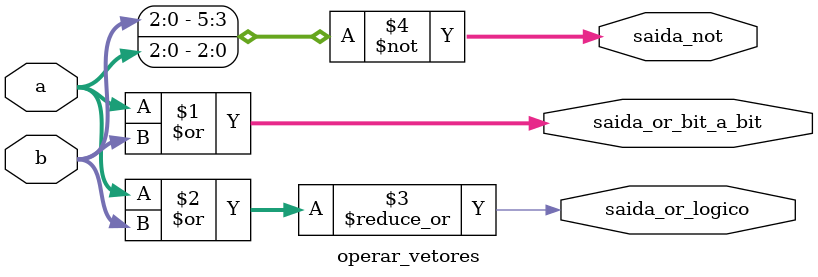
<source format=v>
module operar_vetores( 
    input [2:0] a,
    input [2:0] b,
    output [2:0] saida_or_bit_a_bit,
    output saida_or_logico,
    output [5:0] saida_not
);
	assign saida_or_bit_a_bit = a | b;
    assign saida_or_logico    = |(a | b); // reduzido a 1 bit: se tiver qualquer 1, vira 1
    assign saida_not          = ~{b, a};  // concatena b com a e faz NOT bit a bit
endmodule
</source>
